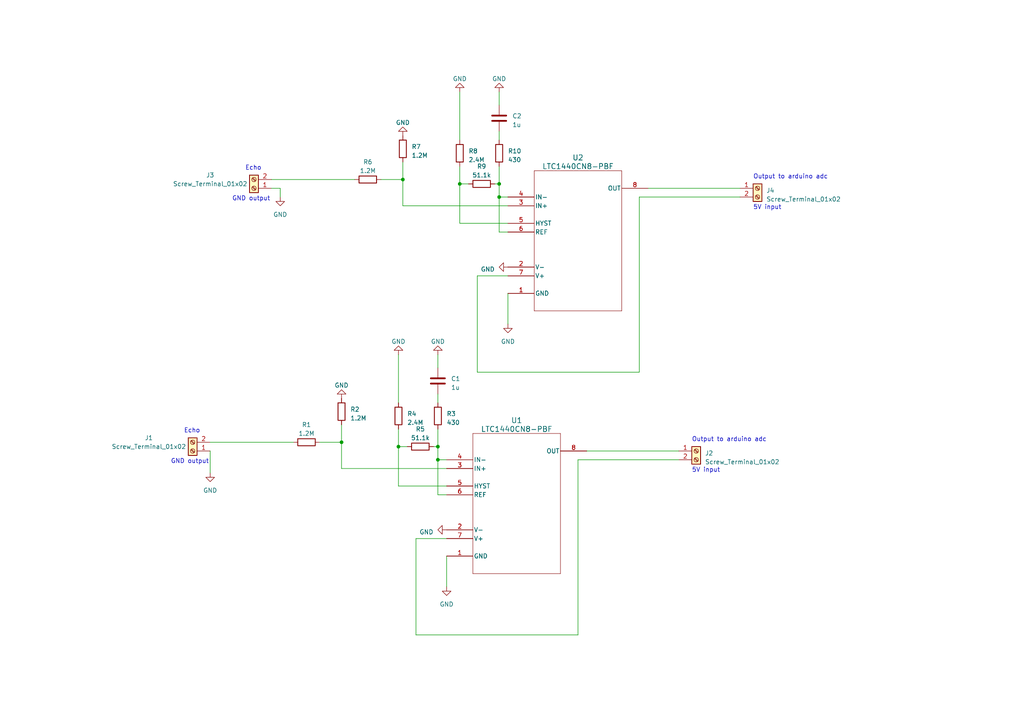
<source format=kicad_sch>
(kicad_sch (version 20230121) (generator eeschema)
  (paper "A4")
  (title_block (title "Ultrasonic Sensor Filter at Aruino") (date "2024-10-28") (rev "5.4"))
  (lib_symbols
    (symbol "Connector:Screw_Terminal_01x02" (pin_names (offset 1.016) hide)
      (property "Reference" "J" (at 0 2.54 0))
      (property "Value" "Screw_Terminal_01x02" (at 0 -5.08 0))
      (symbol "Screw_Terminal_01x02_1_1"
        (rectangle (start -1.27 1.27) (end 1.27 -3.81) (stroke (width 0.254)) (fill (type background)))
        (circle (center 0 -2.54) (radius 0.635) (stroke (width 0.1524)))
        (polyline (pts (xy -0.5334 -2.2098) (xy 0.3302 -3.048)) (stroke (width 0.1524)))
        (polyline (pts (xy -0.5334 0.3302) (xy 0.3302 -0.508)) (stroke (width 0.1524)))
        (polyline (pts (xy -0.3556 -2.032) (xy 0.508 -2.8702)) (stroke (width 0.1524)))
        (polyline (pts (xy -0.3556 0.508) (xy 0.508 -0.3302)) (stroke (width 0.1524)))
        (circle (center 0 0) (radius 0.635) (stroke (width 0.1524)))
        (pin passive line (at -5.08 0 0) (length 3.81) (name "Pin_1") (number "1"))
        (pin passive line (at -5.08 -2.54 0) (length 3.81) (name "Pin_2") (number "2"))
      )
    )
    (symbol "Device:C" (pin_numbers hide) (pin_names (offset 0.254))
      (property "Reference" "C" (at 0.635 2.54 0))
      (property "Value" "C" (at 0.635 -2.54 0))
      (symbol "C_0_1"
        (polyline (pts (xy -2.032 -0.762) (xy 2.032 -0.762)) (stroke (width 0.508)))
        (polyline (pts (xy -2.032 0.762) (xy 2.032 0.762)) (stroke (width 0.508)))
      )
      (symbol "C_1_1"
        (pin passive line (at 0 3.81 270) (length 2.794) (name "~") (number "1"))
        (pin passive line (at 0 -3.81 90) (length 2.794) (name "~") (number "2"))
      )
    )
    (symbol "Device:R" (pin_numbers hide) (pin_names (offset 0))
      (property "Reference" "R" (at 2.032 0 90))
      (property "Value" "R" (at 0 0 90))
      (symbol "R_0_1"
        (rectangle (start -1.016 -2.54) (end 1.016 2.54) (stroke (width 0.254)))
      )
      (symbol "R_1_1"
        (pin passive line (at 0 3.81 270) (length 1.27) (name "~") (number "1"))
        (pin passive line (at 0 -3.81 90) (length 1.27) (name "~") (number "2"))
      )
    )
    (symbol "LTC1440CN8#PBF:LTC1440CN8-PBF" (pin_names (offset 0.254))
      (property "Reference" "U" (at 20.32 12.7 0))
      (property "Value" "LTC1440CN8-PBF" (at 20.32 10.16 0))
      (symbol "LTC1440CN8-PBF_0_1"
        (polyline (pts (xy 7.62 -33.02) (xy 33.02 -33.02)) (stroke (width 0.127)))
        (polyline (pts (xy 7.62 7.62) (xy 7.62 -33.02)) (stroke (width 0.127)))
        (polyline (pts (xy 33.02 -33.02) (xy 33.02 7.62)) (stroke (width 0.127)))
        (polyline (pts (xy 33.02 7.62) (xy 7.62 7.62)) (stroke (width 0.127)))
        (pin power_in line (at 0 -27.94 0) (length 7.62) (name "GND") (number "1"))
        (pin power_in line (at 0 -20.32 0) (length 7.62) (name "V-") (number "2"))
        (pin input line (at 0 -2.54 0) (length 7.62) (name "IN+") (number "3"))
        (pin input line (at 0 0 0) (length 7.62) (name "IN-") (number "4"))
        (pin unspecified line (at 0 -7.62 0) (length 7.62) (name "HYST") (number "5"))
        (pin unspecified line (at 0 -10.16 0) (length 7.62) (name "REF") (number "6"))
        (pin power_in line (at 0 -22.86 0) (length 7.62) (name "V+") (number "7"))
        (pin output line (at 40.64 2.54 180) (length 7.62) (name "OUT") (number "8"))
      )
    )
    (symbol "power:GND" (power) (pin_names (offset 0))
      (property "Value" "GND" (at 0 -3.81 0))
      (symbol "GND_0_1"
        (polyline (pts (xy 0 0) (xy 0 -1.27) (xy 1.27 -1.27) (xy 0 -2.54) (xy -1.27 -1.27) (xy 0 -1.27)))
      )
      (symbol "GND_1_1"
        (pin power_in line (at 0 0 270) (length 0) hide (name "GND") (number "1"))
      )
    )
  )
  (junction (at 127 133.35))
  (junction (at 99.06 128.27))
  (junction (at 144.78 57.15))
  (junction (at 116.84 52.07))
  (junction (at 144.78 53.34))
  (junction (at 115.57 129.54))
  (junction (at 127 129.54))
  (junction (at 133.35 53.34))
  (wire (pts (xy 110.49 52.07) (xy 116.84 52.07)))
  (wire (pts (xy 133.35 26.67) (xy 133.35 40.64)))
  (wire (pts (xy 127 129.54) (xy 127 124.46)))
  (wire (pts (xy 116.84 52.07) (xy 116.84 46.99)))
  (wire (pts (xy 133.35 53.34) (xy 135.89 53.34)))
  (wire (pts (xy 116.84 59.69) (xy 116.84 52.07)))
  (wire (pts (xy 133.35 53.34) (xy 133.35 64.77)))
  (wire (pts (xy 147.32 57.15) (xy 144.78 57.15)))
  (wire (pts (xy 133.35 48.26) (xy 133.35 53.34)))
  (wire (pts (xy 144.78 57.15) (xy 144.78 53.34)))
  (wire (pts (xy 196.85 133.35) (xy 167.64 133.35)))
  (wire (pts (xy 185.42 107.95) (xy 138.43 107.95)))
  (wire (pts (xy 127 102.87) (xy 127 106.68)))
  (wire (pts (xy 115.57 129.54) (xy 118.11 129.54)))
  (wire (pts (xy 81.28 54.61) (xy 81.28 57.15)))
  (wire (pts (xy 167.64 133.35) (xy 167.64 184.15)))
  (wire (pts (xy 120.65 184.15) (xy 120.65 156.21)))
  (wire (pts (xy 133.35 64.77) (xy 147.32 64.77)))
  (wire (pts (xy 129.54 143.51) (xy 127 143.51)))
  (wire (pts (xy 78.74 52.07) (xy 102.87 52.07)))
  (wire (pts (xy 144.78 67.31) (xy 144.78 57.15)))
  (wire (pts (xy 99.06 128.27) (xy 99.06 123.19)))
  (wire (pts (xy 115.57 124.46) (xy 115.57 129.54)))
  (wire (pts (xy 167.64 184.15) (xy 120.65 184.15)))
  (wire (pts (xy 170.18 130.81) (xy 196.85 130.81)))
  (wire (pts (xy 214.63 57.15) (xy 185.42 57.15)))
  (wire (pts (xy 187.96 54.61) (xy 214.63 54.61)))
  (wire (pts (xy 127 143.51) (xy 127 133.35)))
  (wire (pts (xy 144.78 53.34) (xy 144.78 48.26)))
  (wire (pts (xy 115.57 140.97) (xy 129.54 140.97)))
  (wire (pts (xy 60.96 128.27) (xy 85.09 128.27)))
  (wire (pts (xy 115.57 102.87) (xy 115.57 116.84)))
  (wire (pts (xy 127 133.35) (xy 127 129.54)))
  (wire (pts (xy 185.42 57.15) (xy 185.42 107.95)))
  (wire (pts (xy 147.32 85.09) (xy 147.32 93.98)))
  (wire (pts (xy 144.78 26.67) (xy 144.78 30.48)))
  (wire (pts (xy 129.54 161.29) (xy 129.54 170.18)))
  (wire (pts (xy 92.71 128.27) (xy 99.06 128.27)))
  (wire (pts (xy 144.78 38.1) (xy 144.78 40.64)))
  (wire (pts (xy 138.43 107.95) (xy 138.43 80.01)))
  (wire (pts (xy 143.51 53.34) (xy 144.78 53.34)))
  (wire (pts (xy 99.06 135.89) (xy 99.06 128.27)))
  (wire (pts (xy 120.65 156.21) (xy 129.54 156.21)))
  (wire (pts (xy 78.74 54.61) (xy 81.28 54.61)))
  (wire (pts (xy 138.43 80.01) (xy 147.32 80.01)))
  (wire (pts (xy 60.96 130.81) (xy 60.96 137.16)))
  (wire (pts (xy 147.32 67.31) (xy 144.78 67.31)))
  (wire (pts (xy 129.54 135.89) (xy 99.06 135.89)))
  (wire (pts (xy 127 114.3) (xy 127 116.84)))
  (wire (pts (xy 129.54 133.35) (xy 127 133.35)))
  (wire (pts (xy 147.32 59.69) (xy 116.84 59.69)))
  (wire (pts (xy 115.57 129.54) (xy 115.57 140.97)))
  (wire (pts (xy 125.73 129.54) (xy 127 129.54)))
  (text "5V input" (at 218.44 60.96 0) (effects (font (size 1.27 1.27)) (justify left bottom)))
  (text "Echo" (at 53.34 125.73 0) (effects (font (size 1.27 1.27)) (justify left bottom)))
  (text "Output to arduino adc" (at 200.66 128.27 0) (effects (font (size 1.27 1.27)) (justify left bottom)))
  (text "5V input" (at 200.66 137.16 0) (effects (font (size 1.27 1.27)) (justify left bottom)))
  (text "Echo" (at 71.12 49.53 0) (effects (font (size 1.27 1.27)) (justify left bottom)))
  (text "Output to arduino adc" (at 218.44 52.07 0) (effects (font (size 1.27 1.27)) (justify left bottom)))
  (text "GND output" (at 67.31 58.42 0) (effects (font (size 1.27 1.27)) (justify left bottom)))
  (text "GND output" (at 49.53 134.62 0) (effects (font (size 1.27 1.27)) (justify left bottom)))
  (symbol (lib_id "power:GND") (at 129.54 153.67 270) (unit 1)
    (property "Reference" "#PWR04" (effects hide))
    (property "Value" "GND" (at 125.73 154.305 90) (effects (justify right)))
  )
  (symbol (lib_id "power:GND") (at 81.28 57.15 0) (unit 1)
    (property "Reference" "#PWR07" (effects hide))
    (property "Value" "GND" (at 81.28 62.23 0))
  )
  (symbol (lib_id "power:GND") (at 127 102.87 180) (unit 1)
    (property "Reference" "#PWR05" (effects hide))
    (property "Value" "GND" (at 127 99.06 0))
  )
  (symbol (lib_id "power:GND") (at 99.06 115.57 180) (unit 1)
    (property "Reference" "#PWR03" (effects hide))
    (property "Value" "GND" (at 99.06 111.76 0))
  )
  (symbol (lib_id "LTC1440CN8#PBF:LTC1440CN8-PBF") (at 129.54 133.35 0) (unit 1)
    (property "Reference" "U1" (at 149.86 121.92 0) (effects (font (size 1.524 1.524))))
    (property "Value" "LTC1440CN8-PBF" (at 149.86 124.46 0) (effects (font (size 1.524 1.524))))
    (property "Footprint" "LTC1440CN8#PBF:PDIP-8_N_LIT" (effects hide))
    (property "Datasheet" "LTC1440CN8-PBF" (effects hide))
  )
  (symbol (lib_id "Device:R") (at 121.92 129.54 90) (unit 1)
    (property "Reference" "R5" (at 121.92 124.46 90))
    (property "Value" "51.1k" (at 121.92 127 90))
    (property "Footprint" "Resistor_THT:R_Axial_DIN0207_L6.3mm_D2.5mm_P10.16mm_Horizontal" (effects hide))
  )
  (symbol (lib_id "power:GND") (at 116.84 39.37 180) (unit 1)
    (property "Reference" "#PWR08" (effects hide))
    (property "Value" "GND" (at 116.84 35.56 0))
  )
  (symbol (lib_id "Device:R") (at 88.9 128.27 90) (unit 1)
    (property "Reference" "R1" (at 88.9 123.19 90))
    (property "Value" "1.2M" (at 88.9 125.73 90))
    (property "Footprint" "Resistor_THT:R_Axial_DIN0207_L6.3mm_D2.5mm_P10.16mm_Horizontal" (effects hide))
  )
  (symbol (lib_id "power:GND") (at 147.32 77.47 270) (unit 1)
    (property "Reference" "#PWR011" (effects hide))
    (property "Value" "GND" (at 143.51 78.105 90) (effects (justify right)))
  )
  (symbol (lib_id "Device:R") (at 116.84 43.18 180) (unit 1)
    (property "Reference" "R7" (at 119.38 42.545 0) (effects (justify right)))
    (property "Value" "1.2M" (at 119.38 45.085 0) (effects (justify right)))
    (property "Footprint" "Resistor_THT:R_Axial_DIN0207_L6.3mm_D2.5mm_P10.16mm_Horizontal" (effects hide))
  )
  (symbol (lib_id "Connector:Screw_Terminal_01x02") (at 73.66 54.61 180) (unit 1)
    (property "Reference" "J3" (at 60.96 50.8 0))
    (property "Value" "Screw_Terminal_01x02" (at 60.96 53.34 0))
    (property "Footprint" "TerminalBlock_Phoenix:TerminalBlock_Phoenix_MKDS-3-2-5.08_1x02_P5.08mm_Horizontal" (effects hide))
  )
  (symbol (lib_id "Device:R") (at 144.78 44.45 0) (unit 1)
    (property "Reference" "R10" (at 147.32 43.815 0) (effects (justify left)))
    (property "Value" "430" (at 147.32 46.355 0) (effects (justify left)))
    (property "Footprint" "Resistor_THT:R_Axial_DIN0207_L6.3mm_D2.5mm_P10.16mm_Horizontal" (effects hide))
  )
  (symbol (lib_id "power:GND") (at 144.78 26.67 180) (unit 1)
    (property "Reference" "#PWR010" (effects hide))
    (property "Value" "GND" (at 144.78 22.86 0))
  )
  (symbol (lib_id "Device:R") (at 99.06 119.38 180) (unit 1)
    (property "Reference" "R2" (at 101.6 118.745 0) (effects (justify right)))
    (property "Value" "1.2M" (at 101.6 121.285 0) (effects (justify right)))
    (property "Footprint" "Resistor_THT:R_Axial_DIN0207_L6.3mm_D2.5mm_P10.16mm_Horizontal" (effects hide))
  )
  (symbol (lib_id "power:GND") (at 115.57 102.87 180) (unit 1)
    (property "Reference" "#PWR06" (effects hide))
    (property "Value" "GND" (at 115.57 99.06 0))
  )
  (symbol (lib_id "Device:R") (at 106.68 52.07 90) (unit 1)
    (property "Reference" "R6" (at 106.68 46.99 90))
    (property "Value" "1.2M" (at 106.68 49.53 90))
    (property "Footprint" "Resistor_THT:R_Axial_DIN0207_L6.3mm_D2.5mm_P10.16mm_Horizontal" (effects hide))
  )
  (symbol (lib_id "LTC1440CN8#PBF:LTC1440CN8-PBF") (at 147.32 57.15 0) (unit 1)
    (property "Reference" "U2" (at 167.64 45.72 0) (effects (font (size 1.524 1.524))))
    (property "Value" "LTC1440CN8-PBF" (at 167.64 48.26 0) (effects (font (size 1.524 1.524))))
    (property "Footprint" "LTC1440CN8#PBF:PDIP-8_N_LIT" (effects hide))
    (property "Datasheet" "LTC1440CN8-PBF" (effects hide))
  )
  (symbol (lib_id "power:GND") (at 147.32 93.98 0) (unit 1)
    (property "Reference" "#PWR012" (effects hide))
    (property "Value" "GND" (at 147.32 99.06 0))
  )
  (symbol (lib_id "power:GND") (at 133.35 26.67 180) (unit 1)
    (property "Reference" "#PWR09" (effects hide))
    (property "Value" "GND" (at 133.35 22.86 0))
  )
  (symbol (lib_id "Device:R") (at 139.7 53.34 90) (unit 1)
    (property "Reference" "R9" (at 139.7 48.26 90))
    (property "Value" "51.1k" (at 139.7 50.8 90))
    (property "Footprint" "Resistor_THT:R_Axial_DIN0207_L6.3mm_D2.5mm_P10.16mm_Horizontal" (effects hide))
  )
  (symbol (lib_id "power:GND") (at 60.96 137.16 0) (unit 1)
    (property "Reference" "#PWR01" (effects hide))
    (property "Value" "GND" (at 60.96 142.24 0))
  )
  (symbol (lib_id "Device:C") (at 144.78 34.29 0) (unit 1)
    (property "Reference" "C2" (at 148.59 33.655 0) (effects (justify left)))
    (property "Value" "1u" (at 148.59 36.195 0) (effects (justify left)))
    (property "Footprint" "Capacitor_THT:CP_Radial_D10.0mm_P5.00mm" (effects hide))
  )
  (symbol (lib_id "Device:R") (at 133.35 44.45 0) (unit 1)
    (property "Reference" "R8" (at 135.89 43.815 0) (effects (justify left)))
    (property "Value" "2.4M" (at 135.89 46.355 0) (effects (justify left)))
    (property "Footprint" "Resistor_THT:R_Axial_DIN0207_L6.3mm_D2.5mm_P10.16mm_Horizontal" (effects hide))
  )
  (symbol (lib_id "Connector:Screw_Terminal_01x02") (at 219.71 54.61 0) (unit 1)
    (property "Reference" "J4" (at 222.25 55.245 0) (effects (justify left)))
    (property "Value" "Screw_Terminal_01x02" (at 222.25 57.785 0) (effects (justify left)))
    (property "Footprint" "TerminalBlock_Phoenix:TerminalBlock_Phoenix_MKDS-3-2-5.08_1x02_P5.08mm_Horizontal" (effects hide))
  )
  (symbol (lib_id "Device:R") (at 127 120.65 0) (unit 1)
    (property "Reference" "R3" (at 129.54 120.015 0) (effects (justify left)))
    (property "Value" "430" (at 129.54 122.555 0) (effects (justify left)))
    (property "Footprint" "Resistor_THT:R_Axial_DIN0207_L6.3mm_D2.5mm_P10.16mm_Horizontal" (effects hide))
  )
  (symbol (lib_id "power:GND") (at 129.54 170.18 0) (unit 1)
    (property "Reference" "#PWR02" (effects hide))
    (property "Value" "GND" (at 129.54 175.26 0))
  )
  (symbol (lib_id "Connector:Screw_Terminal_01x02") (at 201.93 130.81 0) (unit 1)
    (property "Reference" "J2" (at 204.47 131.445 0) (effects (justify left)))
    (property "Value" "Screw_Terminal_01x02" (at 204.47 133.985 0) (effects (justify left)))
    (property "Footprint" "TerminalBlock_Phoenix:TerminalBlock_Phoenix_MKDS-3-2-5.08_1x02_P5.08mm_Horizontal" (effects hide))
  )
  (symbol (lib_id "Connector:Screw_Terminal_01x02") (at 55.88 130.81 180) (unit 1)
    (property "Reference" "J1" (at 43.18 127 0))
    (property "Value" "Screw_Terminal_01x02" (at 43.18 129.54 0))
    (property "Footprint" "TerminalBlock_Phoenix:TerminalBlock_Phoenix_MKDS-3-2-5.08_1x02_P5.08mm_Horizontal" (effects hide))
  )
  (symbol (lib_id "Device:C") (at 127 110.49 0) (unit 1)
    (property "Reference" "C1" (at 130.81 109.855 0) (effects (justify left)))
    (property "Value" "1u" (at 130.81 112.395 0) (effects (justify left)))
    (property "Footprint" "Capacitor_THT:CP_Radial_D10.0mm_P5.00mm" (effects hide))
  )
  (symbol (lib_id "Device:R") (at 115.57 120.65 0) (unit 1)
    (property "Reference" "R4" (at 118.11 120.015 0) (effects (justify left)))
    (property "Value" "2.4M" (at 118.11 122.555 0) (effects (justify left)))
    (property "Footprint" "Resistor_THT:R_Axial_DIN0207_L6.3mm_D2.5mm_P10.16mm_Horizontal" (effects hide))
  )
)
</source>
